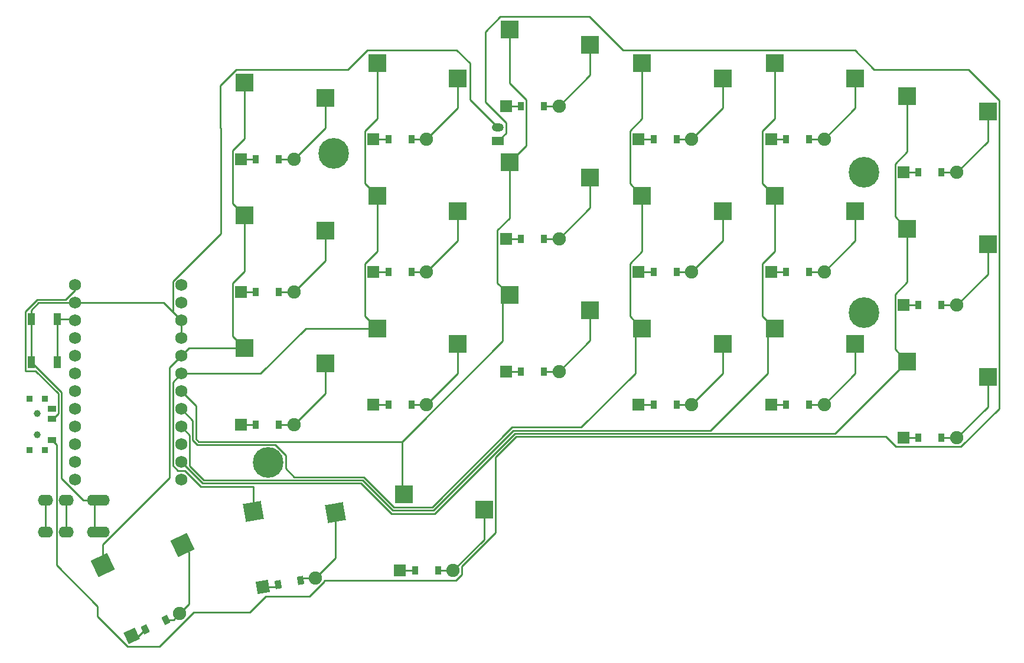
<source format=gbr>
%TF.GenerationSoftware,KiCad,Pcbnew,7.0.9*%
%TF.CreationDate,2024-08-18T04:48:34-07:00*%
%TF.ProjectId,right,72696768-742e-46b6-9963-61645f706362,v1.0.0*%
%TF.SameCoordinates,Original*%
%TF.FileFunction,Copper,L2,Bot*%
%TF.FilePolarity,Positive*%
%FSLAX46Y46*%
G04 Gerber Fmt 4.6, Leading zero omitted, Abs format (unit mm)*
G04 Created by KiCad (PCBNEW 7.0.9) date 2024-08-18 04:48:34*
%MOMM*%
%LPD*%
G01*
G04 APERTURE LIST*
G04 Aperture macros list*
%AMRotRect*
0 Rectangle, with rotation*
0 The origin of the aperture is its center*
0 $1 length*
0 $2 width*
0 $3 Rotation angle, in degrees counterclockwise*
0 Add horizontal line*
21,1,$1,$2,0,0,$3*%
G04 Aperture macros list end*
%TA.AperFunction,SMDPad,CuDef*%
%ADD10RotRect,2.600000X2.600000X25.000000*%
%TD*%
%TA.AperFunction,SMDPad,CuDef*%
%ADD11RotRect,2.600000X2.600000X10.000000*%
%TD*%
%TA.AperFunction,SMDPad,CuDef*%
%ADD12R,2.600000X2.600000*%
%TD*%
%TA.AperFunction,SMDPad,CuDef*%
%ADD13RotRect,0.900000X1.200000X25.000000*%
%TD*%
%TA.AperFunction,ComponentPad*%
%ADD14RotRect,1.778000X1.778000X25.000000*%
%TD*%
%TA.AperFunction,ComponentPad*%
%ADD15C,1.905000*%
%TD*%
%TA.AperFunction,SMDPad,CuDef*%
%ADD16RotRect,0.900000X1.200000X10.000000*%
%TD*%
%TA.AperFunction,ComponentPad*%
%ADD17RotRect,1.778000X1.778000X10.000000*%
%TD*%
%TA.AperFunction,SMDPad,CuDef*%
%ADD18R,0.900000X1.200000*%
%TD*%
%TA.AperFunction,ComponentPad*%
%ADD19R,1.778000X1.778000*%
%TD*%
%TA.AperFunction,ComponentPad*%
%ADD20R,1.700000X1.200000*%
%TD*%
%TA.AperFunction,ComponentPad*%
%ADD21O,1.700000X1.200000*%
%TD*%
%TA.AperFunction,SMDPad,CuDef*%
%ADD22R,1.100000X1.800000*%
%TD*%
%TA.AperFunction,WasherPad*%
%ADD23C,1.000000*%
%TD*%
%TA.AperFunction,SMDPad,CuDef*%
%ADD24R,1.250000X0.900000*%
%TD*%
%TA.AperFunction,SMDPad,CuDef*%
%ADD25R,0.900000X0.900000*%
%TD*%
%TA.AperFunction,ComponentPad*%
%ADD26O,2.200000X1.600000*%
%TD*%
%TA.AperFunction,ComponentPad*%
%ADD27C,1.752600*%
%TD*%
%TA.AperFunction,ComponentPad*%
%ADD28C,0.700000*%
%TD*%
%TA.AperFunction,ComponentPad*%
%ADD29C,4.400000*%
%TD*%
%TA.AperFunction,Conductor*%
%ADD30C,0.250000*%
%TD*%
G04 APERTURE END LIST*
D10*
%TO.P,S1,1*%
%TO.N,P017*%
X152874055Y-175197498D03*
%TO.P,S1,2*%
%TO.N,mirror_reachy_cluster*%
X164271670Y-172310135D03*
%TD*%
D11*
%TO.P,S2,1*%
%TO.N,P020*%
X174482655Y-167487897D03*
%TO.P,S2,2*%
%TO.N,mirror_tucky_cluster*%
X186239210Y-167648837D03*
%TD*%
D12*
%TO.P,S3,1*%
%TO.N,P022*%
X196025400Y-165030100D03*
%TO.P,S3,2*%
%TO.N,mirror_stim_cluster*%
X207575400Y-167230100D03*
%TD*%
%TO.P,S4,1*%
%TO.N,P104*%
X268215400Y-145980100D03*
%TO.P,S4,2*%
%TO.N,mirror_outer_bottom*%
X279765400Y-148180100D03*
%TD*%
%TO.P,S5,1*%
%TO.N,P104*%
X268215400Y-126930100D03*
%TO.P,S5,2*%
%TO.N,mirror_outer_home*%
X279765400Y-129130100D03*
%TD*%
%TO.P,S6,1*%
%TO.N,P104*%
X268215400Y-107880100D03*
%TO.P,S6,2*%
%TO.N,mirror_outer_top*%
X279765400Y-110080100D03*
%TD*%
%TO.P,S7,1*%
%TO.N,P100*%
X249215400Y-141217600D03*
%TO.P,S7,2*%
%TO.N,mirror_pinky_bottom*%
X260765400Y-143417600D03*
%TD*%
%TO.P,S8,1*%
%TO.N,P100*%
X249215400Y-122167600D03*
%TO.P,S8,2*%
%TO.N,mirror_pinky_home*%
X260765400Y-124367600D03*
%TD*%
%TO.P,S9,1*%
%TO.N,P100*%
X249215400Y-103117600D03*
%TO.P,S9,2*%
%TO.N,mirror_pinky_top*%
X260765400Y-105317600D03*
%TD*%
%TO.P,S10,1*%
%TO.N,P024*%
X230215400Y-141217600D03*
%TO.P,S10,2*%
%TO.N,mirror_ring_bottom*%
X241765400Y-143417600D03*
%TD*%
%TO.P,S11,1*%
%TO.N,P024*%
X230215400Y-122167600D03*
%TO.P,S11,2*%
%TO.N,mirror_ring_home*%
X241765400Y-124367600D03*
%TD*%
%TO.P,S12,1*%
%TO.N,P024*%
X230215400Y-103117600D03*
%TO.P,S12,2*%
%TO.N,mirror_ring_top*%
X241765400Y-105317600D03*
%TD*%
%TO.P,S13,1*%
%TO.N,P022*%
X211215400Y-136455100D03*
%TO.P,S13,2*%
%TO.N,mirror_middle_bottom*%
X222765400Y-138655100D03*
%TD*%
%TO.P,S14,1*%
%TO.N,P022*%
X211215400Y-117405100D03*
%TO.P,S14,2*%
%TO.N,mirror_middle_home*%
X222765400Y-119605100D03*
%TD*%
%TO.P,S15,1*%
%TO.N,P022*%
X211215400Y-98355100D03*
%TO.P,S15,2*%
%TO.N,mirror_middle_top*%
X222765400Y-100555100D03*
%TD*%
%TO.P,S16,1*%
%TO.N,P020*%
X192215400Y-141217600D03*
%TO.P,S16,2*%
%TO.N,mirror_index_bottom*%
X203765400Y-143417600D03*
%TD*%
%TO.P,S17,1*%
%TO.N,P020*%
X192215400Y-122167600D03*
%TO.P,S17,2*%
%TO.N,mirror_index_home*%
X203765400Y-124367600D03*
%TD*%
%TO.P,S18,1*%
%TO.N,P020*%
X192215400Y-103117600D03*
%TO.P,S18,2*%
%TO.N,mirror_index_top*%
X203765400Y-105317600D03*
%TD*%
%TO.P,S19,1*%
%TO.N,P017*%
X173215400Y-144075100D03*
%TO.P,S19,2*%
%TO.N,mirror_inner_bottom*%
X184765400Y-146275100D03*
%TD*%
%TO.P,S20,1*%
%TO.N,P017*%
X173215400Y-125025100D03*
%TO.P,S20,2*%
%TO.N,mirror_inner_home*%
X184765400Y-127225100D03*
%TD*%
%TO.P,S21,1*%
%TO.N,P017*%
X173215400Y-105975100D03*
%TO.P,S21,2*%
%TO.N,mirror_inner_top*%
X184765400Y-108175100D03*
%TD*%
D13*
%TO.P,D1,2*%
%TO.N,mirror_reachy_cluster*%
X161965291Y-183040174D03*
%TO.P,D1,1*%
%TO.N,P113*%
X158974475Y-184434814D03*
D14*
X157016850Y-185347670D03*
D15*
%TO.P,D1,2*%
%TO.N,mirror_reachy_cluster*%
X163922916Y-182127318D03*
%TD*%
D16*
%TO.P,D2,2*%
%TO.N,mirror_tucky_cluster*%
X181234281Y-177416325D03*
%TO.P,D2,1*%
%TO.N,P113*%
X177984415Y-177989363D03*
D17*
X175857230Y-178364444D03*
D15*
%TO.P,D2,2*%
%TO.N,mirror_tucky_cluster*%
X183361466Y-177041244D03*
%TD*%
D18*
%TO.P,D3,2*%
%TO.N,mirror_stim_cluster*%
X200950400Y-175980100D03*
%TO.P,D3,1*%
%TO.N,P113*%
X197650400Y-175980100D03*
D19*
X195490400Y-175980100D03*
D15*
%TO.P,D3,2*%
%TO.N,mirror_stim_cluster*%
X203110400Y-175980100D03*
%TD*%
D18*
%TO.P,D4,2*%
%TO.N,mirror_outer_bottom*%
X273140400Y-156930100D03*
%TO.P,D4,1*%
%TO.N,P002*%
X269840400Y-156930100D03*
D19*
X267680400Y-156930100D03*
D15*
%TO.P,D4,2*%
%TO.N,mirror_outer_bottom*%
X275300400Y-156930100D03*
%TD*%
D18*
%TO.P,D5,2*%
%TO.N,mirror_outer_home*%
X273140400Y-137880100D03*
%TO.P,D5,1*%
%TO.N,P029*%
X269840400Y-137880100D03*
D19*
X267680400Y-137880100D03*
D15*
%TO.P,D5,2*%
%TO.N,mirror_outer_home*%
X275300400Y-137880100D03*
%TD*%
D18*
%TO.P,D6,2*%
%TO.N,mirror_outer_top*%
X273140400Y-118830100D03*
%TO.P,D6,1*%
%TO.N,P031*%
X269840400Y-118830100D03*
D19*
X267680400Y-118830100D03*
D15*
%TO.P,D6,2*%
%TO.N,mirror_outer_top*%
X275300400Y-118830100D03*
%TD*%
D18*
%TO.P,D7,2*%
%TO.N,mirror_pinky_bottom*%
X254140400Y-152167600D03*
%TO.P,D7,1*%
%TO.N,P002*%
X250840400Y-152167600D03*
D19*
X248680400Y-152167600D03*
D15*
%TO.P,D7,2*%
%TO.N,mirror_pinky_bottom*%
X256300400Y-152167600D03*
%TD*%
D18*
%TO.P,D8,2*%
%TO.N,mirror_pinky_home*%
X254140400Y-133117600D03*
%TO.P,D8,1*%
%TO.N,P029*%
X250840400Y-133117600D03*
D19*
X248680400Y-133117600D03*
D15*
%TO.P,D8,2*%
%TO.N,mirror_pinky_home*%
X256300400Y-133117600D03*
%TD*%
D18*
%TO.P,D9,2*%
%TO.N,mirror_pinky_top*%
X254140400Y-114067600D03*
%TO.P,D9,1*%
%TO.N,P031*%
X250840400Y-114067600D03*
D19*
X248680400Y-114067600D03*
D15*
%TO.P,D9,2*%
%TO.N,mirror_pinky_top*%
X256300400Y-114067600D03*
%TD*%
D18*
%TO.P,D10,2*%
%TO.N,mirror_ring_bottom*%
X235140400Y-152167600D03*
%TO.P,D10,1*%
%TO.N,P002*%
X231840400Y-152167600D03*
D19*
X229680400Y-152167600D03*
D15*
%TO.P,D10,2*%
%TO.N,mirror_ring_bottom*%
X237300400Y-152167600D03*
%TD*%
D18*
%TO.P,D11,2*%
%TO.N,mirror_ring_home*%
X235140400Y-133117600D03*
%TO.P,D11,1*%
%TO.N,P029*%
X231840400Y-133117600D03*
D19*
X229680400Y-133117600D03*
D15*
%TO.P,D11,2*%
%TO.N,mirror_ring_home*%
X237300400Y-133117600D03*
%TD*%
D18*
%TO.P,D12,2*%
%TO.N,mirror_ring_top*%
X235140400Y-114067600D03*
%TO.P,D12,1*%
%TO.N,P031*%
X231840400Y-114067600D03*
D19*
X229680400Y-114067600D03*
D15*
%TO.P,D12,2*%
%TO.N,mirror_ring_top*%
X237300400Y-114067600D03*
%TD*%
D18*
%TO.P,D13,2*%
%TO.N,mirror_middle_bottom*%
X216140400Y-147405100D03*
%TO.P,D13,1*%
%TO.N,P002*%
X212840400Y-147405100D03*
D19*
X210680400Y-147405100D03*
D15*
%TO.P,D13,2*%
%TO.N,mirror_middle_bottom*%
X218300400Y-147405100D03*
%TD*%
D18*
%TO.P,D14,2*%
%TO.N,mirror_middle_home*%
X216140400Y-128355100D03*
%TO.P,D14,1*%
%TO.N,P029*%
X212840400Y-128355100D03*
D19*
X210680400Y-128355100D03*
D15*
%TO.P,D14,2*%
%TO.N,mirror_middle_home*%
X218300400Y-128355100D03*
%TD*%
D18*
%TO.P,D15,2*%
%TO.N,mirror_middle_top*%
X216140400Y-109305100D03*
%TO.P,D15,1*%
%TO.N,P031*%
X212840400Y-109305100D03*
D19*
X210680400Y-109305100D03*
D15*
%TO.P,D15,2*%
%TO.N,mirror_middle_top*%
X218300400Y-109305100D03*
%TD*%
D18*
%TO.P,D16,2*%
%TO.N,mirror_index_bottom*%
X197140400Y-152167600D03*
%TO.P,D16,1*%
%TO.N,P002*%
X193840400Y-152167600D03*
D19*
X191680400Y-152167600D03*
D15*
%TO.P,D16,2*%
%TO.N,mirror_index_bottom*%
X199300400Y-152167600D03*
%TD*%
D18*
%TO.P,D17,2*%
%TO.N,mirror_index_home*%
X197140400Y-133117600D03*
%TO.P,D17,1*%
%TO.N,P029*%
X193840400Y-133117600D03*
D19*
X191680400Y-133117600D03*
D15*
%TO.P,D17,2*%
%TO.N,mirror_index_home*%
X199300400Y-133117600D03*
%TD*%
D18*
%TO.P,D18,2*%
%TO.N,mirror_index_top*%
X197140400Y-114067600D03*
%TO.P,D18,1*%
%TO.N,P031*%
X193840400Y-114067600D03*
D19*
X191680400Y-114067600D03*
D15*
%TO.P,D18,2*%
%TO.N,mirror_index_top*%
X199300400Y-114067600D03*
%TD*%
D18*
%TO.P,D19,2*%
%TO.N,mirror_inner_bottom*%
X178140400Y-155025100D03*
%TO.P,D19,1*%
%TO.N,P002*%
X174840400Y-155025100D03*
D19*
X172680400Y-155025100D03*
D15*
%TO.P,D19,2*%
%TO.N,mirror_inner_bottom*%
X180300400Y-155025100D03*
%TD*%
D18*
%TO.P,D20,2*%
%TO.N,mirror_inner_home*%
X178140400Y-135975100D03*
%TO.P,D20,1*%
%TO.N,P029*%
X174840400Y-135975100D03*
D19*
X172680400Y-135975100D03*
D15*
%TO.P,D20,2*%
%TO.N,mirror_inner_home*%
X180300400Y-135975100D03*
%TD*%
D18*
%TO.P,D21,2*%
%TO.N,mirror_inner_top*%
X178140400Y-116925100D03*
%TO.P,D21,1*%
%TO.N,P031*%
X174840400Y-116925100D03*
D19*
X172680400Y-116925100D03*
D15*
%TO.P,D21,2*%
%TO.N,mirror_inner_top*%
X180300400Y-116925100D03*
%TD*%
D20*
%TO.P,JST1,1*%
%TO.N,pos*%
X209490400Y-114355100D03*
D21*
%TO.P,JST1,2*%
%TO.N,GND*%
X209490400Y-112355100D03*
%TD*%
D22*
%TO.P,B1,1*%
%TO.N,GND*%
X142640400Y-146075100D03*
X142640400Y-139875100D03*
%TO.P,B1,2*%
%TO.N,RST*%
X146340400Y-146075100D03*
X146340400Y-139875100D03*
%TD*%
D23*
%TO.P,T1,*%
%TO.N,*%
X143490400Y-153475100D03*
X143490400Y-156475100D03*
D24*
%TO.P,T1,1*%
%TO.N,pos*%
X145565400Y-157225100D03*
%TO.P,T1,2*%
%TO.N,RAW*%
X145565400Y-154225100D03*
%TO.P,T1,3*%
%TO.N,N/C*%
X145565400Y-152725100D03*
D25*
%TO.P,T1,*%
%TO.N,*%
X142390400Y-151275100D03*
X144590400Y-151275100D03*
X144590400Y-158675100D03*
X142390400Y-158675100D03*
%TD*%
D26*
%TO.P,TRRS1,1*%
%TO.N,GND*%
X152759800Y-165886100D03*
%TO.P,TRRS1,2*%
X151659800Y-170486100D03*
%TO.P,TRRS1,3*%
%TO.N,P2*%
X147659800Y-170486100D03*
%TO.P,TRRS1,4*%
%TO.N,VCC*%
X144659800Y-170486100D03*
%TO.P,TRRS1,1*%
%TO.N,GND*%
X152759800Y-170486100D03*
%TO.P,TRRS1,2*%
X151659800Y-165886100D03*
%TO.P,TRRS1,3*%
%TO.N,P2*%
X147659800Y-165886100D03*
%TO.P,TRRS1,4*%
%TO.N,VCC*%
X144659800Y-165886100D03*
%TD*%
D27*
%TO.P,MCU1,1*%
%TO.N,P006*%
X164110400Y-135005100D03*
%TO.P,MCU1,2*%
%TO.N,P008*%
X164110400Y-137545100D03*
%TO.P,MCU1,3*%
%TO.N,GND*%
X164110400Y-140085100D03*
%TO.P,MCU1,4*%
X164110400Y-142625100D03*
%TO.P,MCU1,5*%
%TO.N,P017*%
X164110400Y-145165100D03*
%TO.P,MCU1,6*%
%TO.N,P020*%
X164110400Y-147705100D03*
%TO.P,MCU1,7*%
%TO.N,P022*%
X164110400Y-150245100D03*
%TO.P,MCU1,8*%
%TO.N,P024*%
X164110400Y-152785100D03*
%TO.P,MCU1,9*%
%TO.N,P100*%
X164110400Y-155325100D03*
%TO.P,MCU1,10*%
%TO.N,P011*%
X164110400Y-157865100D03*
%TO.P,MCU1,11*%
%TO.N,P104*%
X164110400Y-160405100D03*
%TO.P,MCU1,12*%
%TO.N,P106*%
X164110400Y-162945100D03*
%TO.P,MCU1,13*%
%TO.N,P009*%
X148870400Y-162945100D03*
%TO.P,MCU1,14*%
%TO.N,P010*%
X148870400Y-160405100D03*
%TO.P,MCU1,15*%
%TO.N,P111*%
X148870400Y-157865100D03*
%TO.P,MCU1,16*%
%TO.N,P113*%
X148870400Y-155325100D03*
%TO.P,MCU1,17*%
%TO.N,P115*%
X148870400Y-152785100D03*
%TO.P,MCU1,18*%
%TO.N,P002*%
X148870400Y-150245100D03*
%TO.P,MCU1,19*%
%TO.N,P029*%
X148870400Y-147705100D03*
%TO.P,MCU1,20*%
%TO.N,P031*%
X148870400Y-145165100D03*
%TO.P,MCU1,21*%
%TO.N,VCC*%
X148870400Y-142625100D03*
%TO.P,MCU1,22*%
%TO.N,RST*%
X148870400Y-140085100D03*
%TO.P,MCU1,23*%
%TO.N,GND*%
X148870400Y-137545100D03*
%TO.P,MCU1,24*%
%TO.N,RAW*%
X148870400Y-135005100D03*
%TD*%
D28*
%TO.P,_1,1*%
%TO.N,N/C*%
X263157126Y-119996826D03*
D29*
X261990400Y-118830100D03*
D28*
X261990400Y-120480100D03*
X263157126Y-117663374D03*
X260340400Y-118830100D03*
X260823674Y-117663374D03*
X260823674Y-119996826D03*
X263640400Y-118830100D03*
X261990400Y-117180100D03*
%TD*%
%TO.P,_2,1*%
%TO.N,N/C*%
X263157126Y-140096826D03*
D29*
X261990400Y-138930100D03*
D28*
X261990400Y-140580100D03*
X263157126Y-137763374D03*
X260340400Y-138930100D03*
X260823674Y-137763374D03*
X260823674Y-140096826D03*
X263640400Y-138930100D03*
X261990400Y-137280100D03*
%TD*%
%TO.P,_3,1*%
%TO.N,N/C*%
X187157126Y-117234326D03*
D29*
X185990400Y-116067600D03*
D28*
X185990400Y-117717600D03*
X187157126Y-114900874D03*
X184340400Y-116067600D03*
X184823674Y-114900874D03*
X184823674Y-117234326D03*
X187640400Y-116067600D03*
X185990400Y-114417600D03*
%TD*%
%TO.P,_4,1*%
%TO.N,N/C*%
X177922106Y-161415109D03*
D29*
X176570505Y-160468708D03*
D28*
X176857024Y-162093641D03*
X177516906Y-159117107D03*
X174945572Y-160755227D03*
X175218904Y-159522307D03*
X175624104Y-161820309D03*
X178195438Y-160182189D03*
X176283986Y-158843775D03*
%TD*%
D30*
%TO.N,RAW*%
X148870400Y-135756300D02*
X148870400Y-135005100D01*
X143493000Y-137095100D02*
X147531600Y-137095100D01*
X141765400Y-138822700D02*
X143493000Y-137095100D01*
X147531600Y-137095100D02*
X148870400Y-135756300D01*
X143229004Y-147300100D02*
X141765400Y-147300100D01*
X146515400Y-153450100D02*
X146515400Y-150586496D01*
X145740400Y-154225100D02*
X146515400Y-153450100D01*
X146515400Y-150586496D02*
X143229004Y-147300100D01*
X141765400Y-147300100D02*
X141765400Y-138822700D01*
X145565400Y-154225100D02*
X145740400Y-154225100D01*
%TO.N,GND*%
X162909100Y-138883800D02*
X164110400Y-140085100D01*
X162909100Y-134507505D02*
X162909100Y-138883800D01*
X169799000Y-127617605D02*
X162909100Y-134507505D01*
X169799000Y-112467384D02*
X169799000Y-127617605D01*
X169764500Y-112432884D02*
X169799000Y-112467384D01*
X190840400Y-101242600D02*
X187982900Y-104100100D01*
X169764500Y-106344400D02*
X169764500Y-112432884D01*
X203614303Y-101242600D02*
X190840400Y-101242600D01*
X187982900Y-104100100D02*
X172008800Y-104100100D01*
X205518400Y-103146697D02*
X203614303Y-101242600D01*
X205518400Y-108383100D02*
X205518400Y-103146697D01*
X172008800Y-104100100D02*
X169764500Y-106344400D01*
X209490400Y-112355100D02*
X205518400Y-108383100D01*
%TO.N,P022*%
X195783200Y-157491458D02*
X197729179Y-155545479D01*
X196025400Y-165030100D02*
X195783200Y-164787900D01*
X195783200Y-164787900D02*
X195783200Y-157491458D01*
X166211700Y-157072004D02*
X166211700Y-152346400D01*
X166211700Y-152346400D02*
X164110400Y-150245100D01*
X195794658Y-157480000D02*
X166619696Y-157480000D01*
X166619696Y-157480000D02*
X166211700Y-157072004D01*
X197729179Y-155545479D02*
X195794658Y-157480000D01*
%TO.N,pos*%
X146234800Y-175221900D02*
X146234800Y-157894500D01*
X152146199Y-181133299D02*
X146234800Y-175221900D01*
X152146199Y-182548053D02*
X152146199Y-181133299D01*
X156453246Y-186855100D02*
X152146199Y-182548053D01*
X146234800Y-157894500D02*
X145565400Y-157225100D01*
X165903992Y-181952900D02*
X161001792Y-186855100D01*
X173971600Y-181952900D02*
X165903992Y-181952900D01*
X176205189Y-179719311D02*
X173971600Y-181952900D01*
X182490057Y-179719311D02*
X176205189Y-179719311D01*
X184638966Y-177570402D02*
X182490057Y-179719311D01*
X184638966Y-177406300D02*
X184638966Y-177570402D01*
X203490858Y-177406300D02*
X184638966Y-177406300D01*
X204387900Y-176509258D02*
X203490858Y-177406300D01*
X204387900Y-175338996D02*
X204387900Y-176509258D01*
X209200400Y-170526496D02*
X204387900Y-175338996D01*
X209200400Y-159690938D02*
X209200400Y-170526496D01*
X212124238Y-156767100D02*
X209200400Y-159690938D01*
X265143200Y-156767100D02*
X212124238Y-156767100D01*
X275898100Y-158207600D02*
X266583700Y-158207600D01*
X281390400Y-152715300D02*
X275898100Y-158207600D01*
X281390400Y-108455100D02*
X281390400Y-152715300D01*
X276965400Y-104030100D02*
X281390400Y-108455100D01*
X260702177Y-101242600D02*
X263489677Y-104030100D01*
X227464677Y-101242600D02*
X260702177Y-101242600D01*
X266583700Y-158207600D02*
X265143200Y-156767100D01*
X209864000Y-96456500D02*
X222678577Y-96456500D01*
X207702800Y-108755500D02*
X207702800Y-98617700D01*
X263489677Y-104030100D02*
X276965400Y-104030100D01*
X207702800Y-98617700D02*
X209864000Y-96456500D01*
X210665400Y-111718100D02*
X207702800Y-108755500D01*
X161001792Y-186855100D02*
X156453246Y-186855100D01*
X209490400Y-114355100D02*
X210665400Y-113180100D01*
X210665400Y-113180100D02*
X210665400Y-111718100D01*
X222678577Y-96456500D02*
X227464677Y-101242600D01*
%TO.N,P104*%
X257878400Y-156317100D02*
X268215400Y-145980100D01*
X211937842Y-156317100D02*
X257878400Y-156317100D01*
X194277608Y-167805100D02*
X200449842Y-167805100D01*
X167149008Y-163443708D02*
X189916216Y-163443708D01*
X189916216Y-163443708D02*
X194277608Y-167805100D01*
X200449842Y-167805100D02*
X211937842Y-156317100D01*
X164110400Y-160405100D02*
X167149008Y-163443708D01*
%TO.N,P100*%
X165311700Y-156526400D02*
X164110400Y-155325100D01*
X165311700Y-160970004D02*
X165311700Y-156526400D01*
X167335404Y-162993708D02*
X165311700Y-160970004D01*
X211751446Y-155867100D02*
X200263446Y-167355100D01*
X200263446Y-167355100D02*
X194464004Y-167355100D01*
X248215800Y-147675884D02*
X240024584Y-155867100D01*
X248215800Y-142217200D02*
X248215800Y-147675884D01*
X194464004Y-167355100D02*
X190102612Y-162993708D01*
X240024584Y-155867100D02*
X211751446Y-155867100D01*
X190102612Y-162993708D02*
X167335404Y-162993708D01*
X249215400Y-141217600D02*
X248215800Y-142217200D01*
%TO.N,P022*%
X210217400Y-143057258D02*
X197729179Y-155545479D01*
X211215400Y-136455100D02*
X210217400Y-137453100D01*
X210217400Y-137453100D02*
X210217400Y-143057258D01*
%TO.N,P024*%
X165761700Y-154436400D02*
X164110400Y-152785100D01*
X165761700Y-157258400D02*
X165761700Y-154436400D01*
X166447008Y-157943708D02*
X165761700Y-157258400D01*
X177616395Y-157943708D02*
X166447008Y-157943708D01*
X179095505Y-159422818D02*
X177616395Y-157943708D01*
X179095505Y-161321205D02*
X179095505Y-159422818D01*
X180318008Y-162543708D02*
X179095505Y-161321205D01*
X194650400Y-166905100D02*
X190289008Y-162543708D01*
X190289008Y-162543708D02*
X180318008Y-162543708D01*
X200077050Y-166905100D02*
X194650400Y-166905100D01*
X211572250Y-155409900D02*
X200077050Y-166905100D01*
X229216600Y-147675084D02*
X221481784Y-155409900D01*
X229216600Y-142216400D02*
X229216600Y-147675084D01*
X230215400Y-141217600D02*
X229216600Y-142216400D01*
X221481784Y-155409900D02*
X211572250Y-155409900D01*
%TO.N,P020*%
X163612805Y-161606400D02*
X162909100Y-160902695D01*
X164675304Y-161606400D02*
X163612805Y-161606400D01*
X166962612Y-163893708D02*
X164675304Y-161606400D01*
X162909100Y-160902695D02*
X162909100Y-148906400D01*
X162909100Y-148906400D02*
X164110400Y-147705100D01*
X174482655Y-163893708D02*
X166962612Y-163893708D01*
X174482655Y-167487897D02*
X174482655Y-163893708D01*
%TO.N,GND*%
X161570400Y-137545100D02*
X164110400Y-140085100D01*
X148870400Y-137545100D02*
X161570400Y-137545100D01*
X143679396Y-137545100D02*
X148870400Y-137545100D01*
X142640400Y-138584096D02*
X143679396Y-137545100D01*
X142640400Y-139875100D02*
X142640400Y-138584096D01*
%TO.N,P100*%
X249215400Y-130154600D02*
X249215400Y-122167600D01*
X247466400Y-131903600D02*
X249215400Y-130154600D01*
X247466400Y-139468600D02*
X247466400Y-131903600D01*
X249215400Y-141217600D02*
X247466400Y-139468600D01*
%TO.N,GND*%
X146965400Y-150400100D02*
X142640400Y-146075100D01*
X146965400Y-162738995D02*
X146965400Y-150400100D01*
X150112505Y-165886100D02*
X146965400Y-162738995D01*
X151659800Y-165886100D02*
X150112505Y-165886100D01*
X164110400Y-142625100D02*
X164110400Y-140085100D01*
%TO.N,P017*%
X173215400Y-144075100D02*
X165200400Y-144075100D01*
X165200400Y-144075100D02*
X164110400Y-145165100D01*
%TO.N,P029*%
X172680400Y-135975100D02*
X174840400Y-135975100D01*
%TO.N,mirror_inner_home*%
X178140400Y-135975100D02*
X180300400Y-135975100D01*
X184765400Y-131510100D02*
X180300400Y-135975100D01*
X184765400Y-127225100D02*
X184765400Y-131510100D01*
%TO.N,P020*%
X190466400Y-120418600D02*
X192215400Y-122167600D01*
X192215400Y-103117600D02*
X192215400Y-111104600D01*
X192215400Y-111104600D02*
X190466400Y-112853600D01*
X190466400Y-112853600D02*
X190466400Y-120418600D01*
%TO.N,P031*%
X191680400Y-114067600D02*
X193840400Y-114067600D01*
%TO.N,mirror_index_home*%
X203765400Y-128652600D02*
X199300400Y-133117600D01*
X203765400Y-124367600D02*
X203765400Y-128652600D01*
X197140400Y-133117600D02*
X199300400Y-133117600D01*
%TO.N,P029*%
X191680400Y-133117600D02*
X193840400Y-133117600D01*
%TO.N,P020*%
X190466400Y-131903600D02*
X190466400Y-139468600D01*
X190466400Y-139468600D02*
X192215400Y-141217600D01*
X192215400Y-122167600D02*
X192215400Y-130154600D01*
X192215400Y-130154600D02*
X190466400Y-131903600D01*
X181999550Y-141217600D02*
X175512050Y-147705100D01*
X175512050Y-147705100D02*
X164110400Y-147705100D01*
X192215400Y-141217600D02*
X181999550Y-141217600D01*
%TO.N,P113*%
X195490400Y-175980100D02*
X197650400Y-175980100D01*
X158061619Y-185347670D02*
X158974475Y-184434814D01*
X157016850Y-185347670D02*
X158061619Y-185347670D01*
%TO.N,P017*%
X162459100Y-146816400D02*
X164110400Y-145165100D01*
X162459100Y-162677790D02*
X162459100Y-146816400D01*
X152874055Y-172262835D02*
X162459100Y-162677790D01*
X152874055Y-175197498D02*
X152874055Y-172262835D01*
%TO.N,mirror_inner_bottom*%
X184765400Y-146275100D02*
X184765400Y-150560100D01*
X184765400Y-150560100D02*
X180300400Y-155025100D01*
X178140400Y-155025100D02*
X180300400Y-155025100D01*
%TO.N,P002*%
X172680400Y-155025100D02*
X174840400Y-155025100D01*
%TO.N,P017*%
X171466400Y-142326100D02*
X173215400Y-144075100D01*
X171466400Y-134761100D02*
X171466400Y-142326100D01*
X173215400Y-125025100D02*
X173215400Y-133012100D01*
X173215400Y-133012100D02*
X171466400Y-134761100D01*
X171466400Y-123276100D02*
X173215400Y-125025100D01*
X173215400Y-105975100D02*
X173215400Y-113962100D01*
X173215400Y-113962100D02*
X171466400Y-115711100D01*
X171466400Y-115711100D02*
X171466400Y-123276100D01*
%TO.N,mirror_inner_top*%
X178140400Y-116925100D02*
X180300400Y-116925100D01*
%TO.N,P031*%
X172680400Y-116925100D02*
X174840400Y-116925100D01*
%TO.N,mirror_inner_top*%
X184765400Y-112460100D02*
X180300400Y-116925100D01*
X184765400Y-108175100D02*
X184765400Y-112460100D01*
%TO.N,mirror_index_top*%
X203765400Y-109602600D02*
X199300400Y-114067600D01*
X203765400Y-105317600D02*
X203765400Y-109602600D01*
X197140400Y-114067600D02*
X199300400Y-114067600D01*
%TO.N,mirror_reachy_cluster*%
X163010060Y-183040174D02*
X163922916Y-182127318D01*
X161965291Y-183040174D02*
X163010060Y-183040174D01*
%TO.N,mirror_tucky_cluster*%
X181609362Y-177041244D02*
X181234281Y-177416325D01*
X183361466Y-177041244D02*
X181609362Y-177041244D01*
%TO.N,P113*%
X177609334Y-178364444D02*
X177984415Y-177989363D01*
X175857230Y-178364444D02*
X177609334Y-178364444D01*
%TO.N,mirror_index_bottom*%
X203765400Y-147702600D02*
X199300400Y-152167600D01*
X203765400Y-143417600D02*
X203765400Y-147702600D01*
X199300400Y-152167600D02*
X197140400Y-152167600D01*
%TO.N,P002*%
X191680400Y-152167600D02*
X193840400Y-152167600D01*
%TO.N,mirror_middle_bottom*%
X216140400Y-147405100D02*
X218300400Y-147405100D01*
%TO.N,P002*%
X210680400Y-147405100D02*
X212840400Y-147405100D01*
%TO.N,P022*%
X211215400Y-125392100D02*
X209466400Y-127141100D01*
X211215400Y-117405100D02*
X211215400Y-125392100D01*
X209466400Y-127141100D02*
X209466400Y-134706100D01*
X209466400Y-134706100D02*
X211215400Y-136455100D01*
X213615400Y-115005100D02*
X211215400Y-117405100D01*
X211215400Y-105980100D02*
X213615400Y-108380100D01*
X213615400Y-108380100D02*
X213615400Y-115005100D01*
X211215400Y-98355100D02*
X211215400Y-105980100D01*
%TO.N,mirror_middle_top*%
X222765400Y-104840100D02*
X218300400Y-109305100D01*
X222765400Y-100555100D02*
X222765400Y-104840100D01*
X216140400Y-109305100D02*
X218300400Y-109305100D01*
%TO.N,P031*%
X210680400Y-109305100D02*
X212840400Y-109305100D01*
%TO.N,P029*%
X210680400Y-128355100D02*
X212840400Y-128355100D01*
%TO.N,mirror_middle_home*%
X216140400Y-128355100D02*
X218300400Y-128355100D01*
X222765400Y-123890100D02*
X218300400Y-128355100D01*
X222765400Y-119605100D02*
X222765400Y-123890100D01*
%TO.N,mirror_middle_bottom*%
X222765400Y-142940100D02*
X218300400Y-147405100D01*
X222765400Y-138655100D02*
X222765400Y-142940100D01*
%TO.N,P002*%
X248680400Y-152167600D02*
X250840400Y-152167600D01*
X229680400Y-152167600D02*
X231840400Y-152167600D01*
%TO.N,mirror_ring_bottom*%
X235140400Y-152167600D02*
X237300400Y-152167600D01*
X241765400Y-147702600D02*
X237300400Y-152167600D01*
X241765400Y-143417600D02*
X241765400Y-147702600D01*
%TO.N,mirror_ring_home*%
X241765400Y-128652600D02*
X237300400Y-133117600D01*
X241765400Y-124367600D02*
X241765400Y-128652600D01*
X237300400Y-133117600D02*
X235140400Y-133117600D01*
%TO.N,P029*%
X229680400Y-133117600D02*
X231840400Y-133117600D01*
%TO.N,P024*%
X228466400Y-139468600D02*
X230215400Y-141217600D01*
X228466400Y-131903600D02*
X228466400Y-139468600D01*
X230215400Y-130154600D02*
X228466400Y-131903600D01*
X230215400Y-122167600D02*
X230215400Y-130154600D01*
X228466400Y-112853600D02*
X228466400Y-120418600D01*
X230215400Y-111104600D02*
X228466400Y-112853600D01*
X230215400Y-103117600D02*
X230215400Y-111104600D01*
X228466400Y-120418600D02*
X230215400Y-122167600D01*
%TO.N,mirror_ring_top*%
X241765400Y-109602600D02*
X237300400Y-114067600D01*
X241765400Y-105317600D02*
X241765400Y-109602600D01*
X237300400Y-114067600D02*
X235140400Y-114067600D01*
%TO.N,P031*%
X229680400Y-114067600D02*
X231840400Y-114067600D01*
%TO.N,P100*%
X247466400Y-120418600D02*
X249215400Y-122167600D01*
X247466400Y-112853600D02*
X247466400Y-120418600D01*
X249215400Y-111104600D02*
X247466400Y-112853600D01*
X249215400Y-103117600D02*
X249215400Y-111104600D01*
%TO.N,mirror_pinky_top*%
X254140400Y-114067600D02*
X256300400Y-114067600D01*
X260765400Y-109602600D02*
X256300400Y-114067600D01*
X260765400Y-105317600D02*
X260765400Y-109602600D01*
%TO.N,P031*%
X248680400Y-114067600D02*
X250840400Y-114067600D01*
%TO.N,mirror_pinky_bottom*%
X254140400Y-152167600D02*
X256300400Y-152167600D01*
X260765400Y-147702600D02*
X256300400Y-152167600D01*
X260765400Y-143417600D02*
X260765400Y-147702600D01*
%TO.N,mirror_pinky_home*%
X260765400Y-128652600D02*
X260765400Y-124367600D01*
X256300400Y-133117600D02*
X260765400Y-128652600D01*
%TO.N,P029*%
X248680400Y-133117600D02*
X250840400Y-133117600D01*
%TO.N,mirror_pinky_home*%
X254140400Y-133117600D02*
X256300400Y-133117600D01*
%TO.N,P104*%
X268215400Y-134555100D02*
X266466400Y-136304100D01*
X268215400Y-126930100D02*
X268215400Y-134555100D01*
X266466400Y-136304100D02*
X266466400Y-144231100D01*
X266466400Y-144231100D02*
X268215400Y-145980100D01*
X266466400Y-117616100D02*
X266466400Y-125181100D01*
X266466400Y-125181100D02*
X268215400Y-126930100D01*
X268215400Y-107880100D02*
X268215400Y-115867100D01*
X268215400Y-115867100D02*
X266466400Y-117616100D01*
%TO.N,mirror_outer_top*%
X279765400Y-114365100D02*
X275300400Y-118830100D01*
X279765400Y-110080100D02*
X279765400Y-114365100D01*
X273140400Y-118830100D02*
X275300400Y-118830100D01*
%TO.N,P031*%
X267680400Y-118830100D02*
X269840400Y-118830100D01*
%TO.N,P029*%
X267680400Y-137880100D02*
X269840400Y-137880100D01*
%TO.N,mirror_outer_home*%
X279765400Y-133415100D02*
X275300400Y-137880100D01*
X279765400Y-129130100D02*
X279765400Y-133415100D01*
X273140400Y-137880100D02*
X275300400Y-137880100D01*
%TO.N,mirror_outer_bottom*%
X273140400Y-156930100D02*
X275300400Y-156930100D01*
X279765400Y-148180100D02*
X279765400Y-152465100D01*
X279765400Y-152465100D02*
X275300400Y-156930100D01*
%TO.N,P002*%
X267680400Y-156930100D02*
X269840400Y-156930100D01*
%TO.N,GND*%
X151659800Y-165886100D02*
X152759800Y-165886100D01*
X151659800Y-170486100D02*
X152759800Y-170486100D01*
X151659800Y-165886100D02*
X151659800Y-170486100D01*
%TO.N,P2*%
X147659800Y-165886100D02*
X147659800Y-170486100D01*
%TO.N,VCC*%
X144659800Y-165886100D02*
X144659800Y-170486100D01*
%TO.N,mirror_stim_cluster*%
X200950400Y-175980100D02*
X203110400Y-175980100D01*
X207575400Y-171515100D02*
X203110400Y-175980100D01*
X207575400Y-167230100D02*
X207575400Y-171515100D01*
%TO.N,mirror_tucky_cluster*%
X186239210Y-174163500D02*
X183361466Y-177041244D01*
X186239210Y-167648837D02*
X186239210Y-174163500D01*
%TO.N,mirror_reachy_cluster*%
X165249903Y-173288368D02*
X165249903Y-180800331D01*
X165249903Y-180800331D02*
X163922916Y-182127318D01*
X164271670Y-172310135D02*
X165249903Y-173288368D01*
%TO.N,RST*%
X148660400Y-139875100D02*
X148870400Y-140085100D01*
X146340400Y-139875100D02*
X148660400Y-139875100D01*
X146340400Y-146075100D02*
X146340400Y-139875100D01*
%TO.N,GND*%
X142640400Y-139875100D02*
X142640400Y-146075100D01*
%TD*%
M02*

</source>
